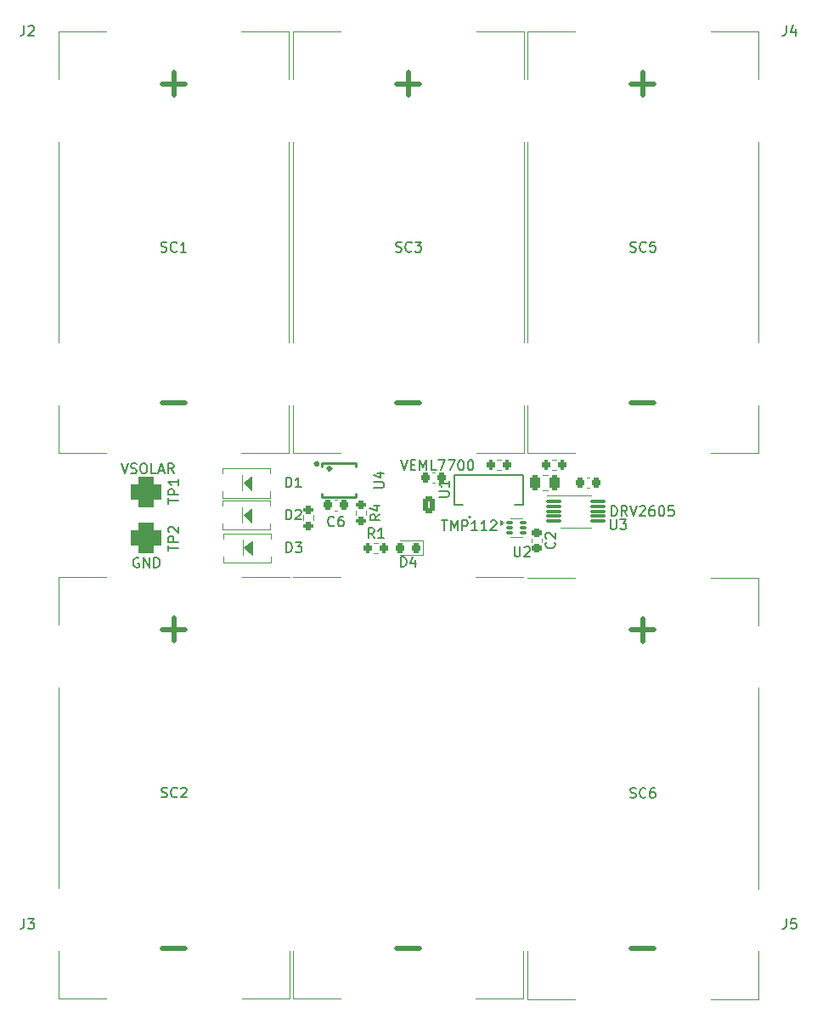
<source format=gbr>
%TF.GenerationSoftware,KiCad,Pcbnew,9.0.3*%
%TF.CreationDate,2025-09-24T18:37:52-07:00*%
%TF.ProjectId,XY_Faces_V3,58595f46-6163-4657-935f-56332e6b6963,3.0*%
%TF.SameCoordinates,Original*%
%TF.FileFunction,Legend,Top*%
%TF.FilePolarity,Positive*%
%FSLAX46Y46*%
G04 Gerber Fmt 4.6, Leading zero omitted, Abs format (unit mm)*
G04 Created by KiCad (PCBNEW 9.0.3) date 2025-09-24 18:37:52*
%MOMM*%
%LPD*%
G01*
G04 APERTURE LIST*
G04 Aperture macros list*
%AMRoundRect*
0 Rectangle with rounded corners*
0 $1 Rounding radius*
0 $2 $3 $4 $5 $6 $7 $8 $9 X,Y pos of 4 corners*
0 Add a 4 corners polygon primitive as box body*
4,1,4,$2,$3,$4,$5,$6,$7,$8,$9,$2,$3,0*
0 Add four circle primitives for the rounded corners*
1,1,$1+$1,$2,$3*
1,1,$1+$1,$4,$5*
1,1,$1+$1,$6,$7*
1,1,$1+$1,$8,$9*
0 Add four rect primitives between the rounded corners*
20,1,$1+$1,$2,$3,$4,$5,0*
20,1,$1+$1,$4,$5,$6,$7,0*
20,1,$1+$1,$6,$7,$8,$9,0*
20,1,$1+$1,$8,$9,$2,$3,0*%
G04 Aperture macros list end*
%ADD10C,0.150000*%
%ADD11C,0.500000*%
%ADD12C,0.120000*%
%ADD13C,0.100000*%
%ADD14C,0.250000*%
%ADD15C,0.300000*%
%ADD16C,0.127000*%
%ADD17C,0.200000*%
%ADD18C,5.700000*%
%ADD19R,13.000000X3.000000*%
%ADD20RoundRect,0.750000X0.750000X-0.750000X0.750000X0.750000X-0.750000X0.750000X-0.750000X-0.750000X0*%
%ADD21RoundRect,0.087500X-0.250000X-0.087500X0.250000X-0.087500X0.250000X0.087500X-0.250000X0.087500X0*%
%ADD22R,2.500000X1.700000*%
%ADD23O,1.690000X0.360000*%
%ADD24RoundRect,0.225000X-0.225000X-0.250000X0.225000X-0.250000X0.225000X0.250000X-0.225000X0.250000X0*%
%ADD25RoundRect,0.200000X0.275000X-0.200000X0.275000X0.200000X-0.275000X0.200000X-0.275000X-0.200000X0*%
%ADD26RoundRect,0.225000X0.225000X0.250000X-0.225000X0.250000X-0.225000X-0.250000X0.225000X-0.250000X0*%
%ADD27RoundRect,0.225000X-0.250000X0.225000X-0.250000X-0.225000X0.250000X-0.225000X0.250000X0.225000X0*%
%ADD28RoundRect,0.250000X0.250000X0.475000X-0.250000X0.475000X-0.250000X-0.475000X0.250000X-0.475000X0*%
%ADD29RoundRect,0.200000X-0.275000X0.200000X-0.275000X-0.200000X0.275000X-0.200000X0.275000X0.200000X0*%
%ADD30R,0.700000X1.600000*%
%ADD31RoundRect,0.200000X-0.200000X-0.275000X0.200000X-0.275000X0.200000X0.275000X-0.200000X0.275000X0*%
%ADD32RoundRect,0.218750X0.218750X0.256250X-0.218750X0.256250X-0.218750X-0.256250X0.218750X-0.256250X0*%
%ADD33RoundRect,0.075000X-0.650000X-0.075000X0.650000X-0.075000X0.650000X0.075000X-0.650000X0.075000X0*%
%ADD34RoundRect,0.250000X0.350000X0.575000X-0.350000X0.575000X-0.350000X-0.575000X0.350000X-0.575000X0*%
%ADD35O,1.200000X1.650000*%
G04 APERTURE END LIST*
D10*
X147793922Y-115269819D02*
X148365350Y-115269819D01*
X148079636Y-116269819D02*
X148079636Y-115269819D01*
X148698684Y-116269819D02*
X148698684Y-115269819D01*
X148698684Y-115269819D02*
X149032017Y-115984104D01*
X149032017Y-115984104D02*
X149365350Y-115269819D01*
X149365350Y-115269819D02*
X149365350Y-116269819D01*
X149841541Y-116269819D02*
X149841541Y-115269819D01*
X149841541Y-115269819D02*
X150222493Y-115269819D01*
X150222493Y-115269819D02*
X150317731Y-115317438D01*
X150317731Y-115317438D02*
X150365350Y-115365057D01*
X150365350Y-115365057D02*
X150412969Y-115460295D01*
X150412969Y-115460295D02*
X150412969Y-115603152D01*
X150412969Y-115603152D02*
X150365350Y-115698390D01*
X150365350Y-115698390D02*
X150317731Y-115746009D01*
X150317731Y-115746009D02*
X150222493Y-115793628D01*
X150222493Y-115793628D02*
X149841541Y-115793628D01*
X151365350Y-116269819D02*
X150793922Y-116269819D01*
X151079636Y-116269819D02*
X151079636Y-115269819D01*
X151079636Y-115269819D02*
X150984398Y-115412676D01*
X150984398Y-115412676D02*
X150889160Y-115507914D01*
X150889160Y-115507914D02*
X150793922Y-115555533D01*
X152317731Y-116269819D02*
X151746303Y-116269819D01*
X152032017Y-116269819D02*
X152032017Y-115269819D01*
X152032017Y-115269819D02*
X151936779Y-115412676D01*
X151936779Y-115412676D02*
X151841541Y-115507914D01*
X151841541Y-115507914D02*
X151746303Y-115555533D01*
X152698684Y-115365057D02*
X152746303Y-115317438D01*
X152746303Y-115317438D02*
X152841541Y-115269819D01*
X152841541Y-115269819D02*
X153079636Y-115269819D01*
X153079636Y-115269819D02*
X153174874Y-115317438D01*
X153174874Y-115317438D02*
X153222493Y-115365057D01*
X153222493Y-115365057D02*
X153270112Y-115460295D01*
X153270112Y-115460295D02*
X153270112Y-115555533D01*
X153270112Y-115555533D02*
X153222493Y-115698390D01*
X153222493Y-115698390D02*
X152651065Y-116269819D01*
X152651065Y-116269819D02*
X153270112Y-116269819D01*
X117598095Y-119012438D02*
X117502857Y-118964819D01*
X117502857Y-118964819D02*
X117360000Y-118964819D01*
X117360000Y-118964819D02*
X117217143Y-119012438D01*
X117217143Y-119012438D02*
X117121905Y-119107676D01*
X117121905Y-119107676D02*
X117074286Y-119202914D01*
X117074286Y-119202914D02*
X117026667Y-119393390D01*
X117026667Y-119393390D02*
X117026667Y-119536247D01*
X117026667Y-119536247D02*
X117074286Y-119726723D01*
X117074286Y-119726723D02*
X117121905Y-119821961D01*
X117121905Y-119821961D02*
X117217143Y-119917200D01*
X117217143Y-119917200D02*
X117360000Y-119964819D01*
X117360000Y-119964819D02*
X117455238Y-119964819D01*
X117455238Y-119964819D02*
X117598095Y-119917200D01*
X117598095Y-119917200D02*
X117645714Y-119869580D01*
X117645714Y-119869580D02*
X117645714Y-119536247D01*
X117645714Y-119536247D02*
X117455238Y-119536247D01*
X118074286Y-119964819D02*
X118074286Y-118964819D01*
X118074286Y-118964819D02*
X118645714Y-119964819D01*
X118645714Y-119964819D02*
X118645714Y-118964819D01*
X119121905Y-119964819D02*
X119121905Y-118964819D01*
X119121905Y-118964819D02*
X119360000Y-118964819D01*
X119360000Y-118964819D02*
X119502857Y-119012438D01*
X119502857Y-119012438D02*
X119598095Y-119107676D01*
X119598095Y-119107676D02*
X119645714Y-119202914D01*
X119645714Y-119202914D02*
X119693333Y-119393390D01*
X119693333Y-119393390D02*
X119693333Y-119536247D01*
X119693333Y-119536247D02*
X119645714Y-119726723D01*
X119645714Y-119726723D02*
X119598095Y-119821961D01*
X119598095Y-119821961D02*
X119502857Y-119917200D01*
X119502857Y-119917200D02*
X119360000Y-119964819D01*
X119360000Y-119964819D02*
X119121905Y-119964819D01*
X143733333Y-109254819D02*
X144066666Y-110254819D01*
X144066666Y-110254819D02*
X144399999Y-109254819D01*
X144733333Y-109731009D02*
X145066666Y-109731009D01*
X145209523Y-110254819D02*
X144733333Y-110254819D01*
X144733333Y-110254819D02*
X144733333Y-109254819D01*
X144733333Y-109254819D02*
X145209523Y-109254819D01*
X145638095Y-110254819D02*
X145638095Y-109254819D01*
X145638095Y-109254819D02*
X145971428Y-109969104D01*
X145971428Y-109969104D02*
X146304761Y-109254819D01*
X146304761Y-109254819D02*
X146304761Y-110254819D01*
X147257142Y-110254819D02*
X146780952Y-110254819D01*
X146780952Y-110254819D02*
X146780952Y-109254819D01*
X147495238Y-109254819D02*
X148161904Y-109254819D01*
X148161904Y-109254819D02*
X147733333Y-110254819D01*
X148447619Y-109254819D02*
X149114285Y-109254819D01*
X149114285Y-109254819D02*
X148685714Y-110254819D01*
X149685714Y-109254819D02*
X149780952Y-109254819D01*
X149780952Y-109254819D02*
X149876190Y-109302438D01*
X149876190Y-109302438D02*
X149923809Y-109350057D01*
X149923809Y-109350057D02*
X149971428Y-109445295D01*
X149971428Y-109445295D02*
X150019047Y-109635771D01*
X150019047Y-109635771D02*
X150019047Y-109873866D01*
X150019047Y-109873866D02*
X149971428Y-110064342D01*
X149971428Y-110064342D02*
X149923809Y-110159580D01*
X149923809Y-110159580D02*
X149876190Y-110207200D01*
X149876190Y-110207200D02*
X149780952Y-110254819D01*
X149780952Y-110254819D02*
X149685714Y-110254819D01*
X149685714Y-110254819D02*
X149590476Y-110207200D01*
X149590476Y-110207200D02*
X149542857Y-110159580D01*
X149542857Y-110159580D02*
X149495238Y-110064342D01*
X149495238Y-110064342D02*
X149447619Y-109873866D01*
X149447619Y-109873866D02*
X149447619Y-109635771D01*
X149447619Y-109635771D02*
X149495238Y-109445295D01*
X149495238Y-109445295D02*
X149542857Y-109350057D01*
X149542857Y-109350057D02*
X149590476Y-109302438D01*
X149590476Y-109302438D02*
X149685714Y-109254819D01*
X150638095Y-109254819D02*
X150733333Y-109254819D01*
X150733333Y-109254819D02*
X150828571Y-109302438D01*
X150828571Y-109302438D02*
X150876190Y-109350057D01*
X150876190Y-109350057D02*
X150923809Y-109445295D01*
X150923809Y-109445295D02*
X150971428Y-109635771D01*
X150971428Y-109635771D02*
X150971428Y-109873866D01*
X150971428Y-109873866D02*
X150923809Y-110064342D01*
X150923809Y-110064342D02*
X150876190Y-110159580D01*
X150876190Y-110159580D02*
X150828571Y-110207200D01*
X150828571Y-110207200D02*
X150733333Y-110254819D01*
X150733333Y-110254819D02*
X150638095Y-110254819D01*
X150638095Y-110254819D02*
X150542857Y-110207200D01*
X150542857Y-110207200D02*
X150495238Y-110159580D01*
X150495238Y-110159580D02*
X150447619Y-110064342D01*
X150447619Y-110064342D02*
X150400000Y-109873866D01*
X150400000Y-109873866D02*
X150400000Y-109635771D01*
X150400000Y-109635771D02*
X150447619Y-109445295D01*
X150447619Y-109445295D02*
X150495238Y-109350057D01*
X150495238Y-109350057D02*
X150542857Y-109302438D01*
X150542857Y-109302438D02*
X150638095Y-109254819D01*
X164724762Y-114814819D02*
X164724762Y-113814819D01*
X164724762Y-113814819D02*
X164962857Y-113814819D01*
X164962857Y-113814819D02*
X165105714Y-113862438D01*
X165105714Y-113862438D02*
X165200952Y-113957676D01*
X165200952Y-113957676D02*
X165248571Y-114052914D01*
X165248571Y-114052914D02*
X165296190Y-114243390D01*
X165296190Y-114243390D02*
X165296190Y-114386247D01*
X165296190Y-114386247D02*
X165248571Y-114576723D01*
X165248571Y-114576723D02*
X165200952Y-114671961D01*
X165200952Y-114671961D02*
X165105714Y-114767200D01*
X165105714Y-114767200D02*
X164962857Y-114814819D01*
X164962857Y-114814819D02*
X164724762Y-114814819D01*
X166296190Y-114814819D02*
X165962857Y-114338628D01*
X165724762Y-114814819D02*
X165724762Y-113814819D01*
X165724762Y-113814819D02*
X166105714Y-113814819D01*
X166105714Y-113814819D02*
X166200952Y-113862438D01*
X166200952Y-113862438D02*
X166248571Y-113910057D01*
X166248571Y-113910057D02*
X166296190Y-114005295D01*
X166296190Y-114005295D02*
X166296190Y-114148152D01*
X166296190Y-114148152D02*
X166248571Y-114243390D01*
X166248571Y-114243390D02*
X166200952Y-114291009D01*
X166200952Y-114291009D02*
X166105714Y-114338628D01*
X166105714Y-114338628D02*
X165724762Y-114338628D01*
X166581905Y-113814819D02*
X166915238Y-114814819D01*
X166915238Y-114814819D02*
X167248571Y-113814819D01*
X167534286Y-113910057D02*
X167581905Y-113862438D01*
X167581905Y-113862438D02*
X167677143Y-113814819D01*
X167677143Y-113814819D02*
X167915238Y-113814819D01*
X167915238Y-113814819D02*
X168010476Y-113862438D01*
X168010476Y-113862438D02*
X168058095Y-113910057D01*
X168058095Y-113910057D02*
X168105714Y-114005295D01*
X168105714Y-114005295D02*
X168105714Y-114100533D01*
X168105714Y-114100533D02*
X168058095Y-114243390D01*
X168058095Y-114243390D02*
X167486667Y-114814819D01*
X167486667Y-114814819D02*
X168105714Y-114814819D01*
X168962857Y-113814819D02*
X168772381Y-113814819D01*
X168772381Y-113814819D02*
X168677143Y-113862438D01*
X168677143Y-113862438D02*
X168629524Y-113910057D01*
X168629524Y-113910057D02*
X168534286Y-114052914D01*
X168534286Y-114052914D02*
X168486667Y-114243390D01*
X168486667Y-114243390D02*
X168486667Y-114624342D01*
X168486667Y-114624342D02*
X168534286Y-114719580D01*
X168534286Y-114719580D02*
X168581905Y-114767200D01*
X168581905Y-114767200D02*
X168677143Y-114814819D01*
X168677143Y-114814819D02*
X168867619Y-114814819D01*
X168867619Y-114814819D02*
X168962857Y-114767200D01*
X168962857Y-114767200D02*
X169010476Y-114719580D01*
X169010476Y-114719580D02*
X169058095Y-114624342D01*
X169058095Y-114624342D02*
X169058095Y-114386247D01*
X169058095Y-114386247D02*
X169010476Y-114291009D01*
X169010476Y-114291009D02*
X168962857Y-114243390D01*
X168962857Y-114243390D02*
X168867619Y-114195771D01*
X168867619Y-114195771D02*
X168677143Y-114195771D01*
X168677143Y-114195771D02*
X168581905Y-114243390D01*
X168581905Y-114243390D02*
X168534286Y-114291009D01*
X168534286Y-114291009D02*
X168486667Y-114386247D01*
X169677143Y-113814819D02*
X169772381Y-113814819D01*
X169772381Y-113814819D02*
X169867619Y-113862438D01*
X169867619Y-113862438D02*
X169915238Y-113910057D01*
X169915238Y-113910057D02*
X169962857Y-114005295D01*
X169962857Y-114005295D02*
X170010476Y-114195771D01*
X170010476Y-114195771D02*
X170010476Y-114433866D01*
X170010476Y-114433866D02*
X169962857Y-114624342D01*
X169962857Y-114624342D02*
X169915238Y-114719580D01*
X169915238Y-114719580D02*
X169867619Y-114767200D01*
X169867619Y-114767200D02*
X169772381Y-114814819D01*
X169772381Y-114814819D02*
X169677143Y-114814819D01*
X169677143Y-114814819D02*
X169581905Y-114767200D01*
X169581905Y-114767200D02*
X169534286Y-114719580D01*
X169534286Y-114719580D02*
X169486667Y-114624342D01*
X169486667Y-114624342D02*
X169439048Y-114433866D01*
X169439048Y-114433866D02*
X169439048Y-114195771D01*
X169439048Y-114195771D02*
X169486667Y-114005295D01*
X169486667Y-114005295D02*
X169534286Y-113910057D01*
X169534286Y-113910057D02*
X169581905Y-113862438D01*
X169581905Y-113862438D02*
X169677143Y-113814819D01*
X170915238Y-113814819D02*
X170439048Y-113814819D01*
X170439048Y-113814819D02*
X170391429Y-114291009D01*
X170391429Y-114291009D02*
X170439048Y-114243390D01*
X170439048Y-114243390D02*
X170534286Y-114195771D01*
X170534286Y-114195771D02*
X170772381Y-114195771D01*
X170772381Y-114195771D02*
X170867619Y-114243390D01*
X170867619Y-114243390D02*
X170915238Y-114291009D01*
X170915238Y-114291009D02*
X170962857Y-114386247D01*
X170962857Y-114386247D02*
X170962857Y-114624342D01*
X170962857Y-114624342D02*
X170915238Y-114719580D01*
X170915238Y-114719580D02*
X170867619Y-114767200D01*
X170867619Y-114767200D02*
X170772381Y-114814819D01*
X170772381Y-114814819D02*
X170534286Y-114814819D01*
X170534286Y-114814819D02*
X170439048Y-114767200D01*
X170439048Y-114767200D02*
X170391429Y-114719580D01*
X115853333Y-109584819D02*
X116186666Y-110584819D01*
X116186666Y-110584819D02*
X116519999Y-109584819D01*
X116805714Y-110537200D02*
X116948571Y-110584819D01*
X116948571Y-110584819D02*
X117186666Y-110584819D01*
X117186666Y-110584819D02*
X117281904Y-110537200D01*
X117281904Y-110537200D02*
X117329523Y-110489580D01*
X117329523Y-110489580D02*
X117377142Y-110394342D01*
X117377142Y-110394342D02*
X117377142Y-110299104D01*
X117377142Y-110299104D02*
X117329523Y-110203866D01*
X117329523Y-110203866D02*
X117281904Y-110156247D01*
X117281904Y-110156247D02*
X117186666Y-110108628D01*
X117186666Y-110108628D02*
X116996190Y-110061009D01*
X116996190Y-110061009D02*
X116900952Y-110013390D01*
X116900952Y-110013390D02*
X116853333Y-109965771D01*
X116853333Y-109965771D02*
X116805714Y-109870533D01*
X116805714Y-109870533D02*
X116805714Y-109775295D01*
X116805714Y-109775295D02*
X116853333Y-109680057D01*
X116853333Y-109680057D02*
X116900952Y-109632438D01*
X116900952Y-109632438D02*
X116996190Y-109584819D01*
X116996190Y-109584819D02*
X117234285Y-109584819D01*
X117234285Y-109584819D02*
X117377142Y-109632438D01*
X117996190Y-109584819D02*
X118186666Y-109584819D01*
X118186666Y-109584819D02*
X118281904Y-109632438D01*
X118281904Y-109632438D02*
X118377142Y-109727676D01*
X118377142Y-109727676D02*
X118424761Y-109918152D01*
X118424761Y-109918152D02*
X118424761Y-110251485D01*
X118424761Y-110251485D02*
X118377142Y-110441961D01*
X118377142Y-110441961D02*
X118281904Y-110537200D01*
X118281904Y-110537200D02*
X118186666Y-110584819D01*
X118186666Y-110584819D02*
X117996190Y-110584819D01*
X117996190Y-110584819D02*
X117900952Y-110537200D01*
X117900952Y-110537200D02*
X117805714Y-110441961D01*
X117805714Y-110441961D02*
X117758095Y-110251485D01*
X117758095Y-110251485D02*
X117758095Y-109918152D01*
X117758095Y-109918152D02*
X117805714Y-109727676D01*
X117805714Y-109727676D02*
X117900952Y-109632438D01*
X117900952Y-109632438D02*
X117996190Y-109584819D01*
X119329523Y-110584819D02*
X118853333Y-110584819D01*
X118853333Y-110584819D02*
X118853333Y-109584819D01*
X119615238Y-110299104D02*
X120091428Y-110299104D01*
X119520000Y-110584819D02*
X119853333Y-109584819D01*
X119853333Y-109584819D02*
X120186666Y-110584819D01*
X121091428Y-110584819D02*
X120758095Y-110108628D01*
X120520000Y-110584819D02*
X120520000Y-109584819D01*
X120520000Y-109584819D02*
X120900952Y-109584819D01*
X120900952Y-109584819D02*
X120996190Y-109632438D01*
X120996190Y-109632438D02*
X121043809Y-109680057D01*
X121043809Y-109680057D02*
X121091428Y-109775295D01*
X121091428Y-109775295D02*
X121091428Y-109918152D01*
X121091428Y-109918152D02*
X121043809Y-110013390D01*
X121043809Y-110013390D02*
X120996190Y-110061009D01*
X120996190Y-110061009D02*
X120900952Y-110108628D01*
X120900952Y-110108628D02*
X120520000Y-110108628D01*
X106166666Y-65954819D02*
X106166666Y-66669104D01*
X106166666Y-66669104D02*
X106119047Y-66811961D01*
X106119047Y-66811961D02*
X106023809Y-66907200D01*
X106023809Y-66907200D02*
X105880952Y-66954819D01*
X105880952Y-66954819D02*
X105785714Y-66954819D01*
X106595238Y-66050057D02*
X106642857Y-66002438D01*
X106642857Y-66002438D02*
X106738095Y-65954819D01*
X106738095Y-65954819D02*
X106976190Y-65954819D01*
X106976190Y-65954819D02*
X107071428Y-66002438D01*
X107071428Y-66002438D02*
X107119047Y-66050057D01*
X107119047Y-66050057D02*
X107166666Y-66145295D01*
X107166666Y-66145295D02*
X107166666Y-66240533D01*
X107166666Y-66240533D02*
X107119047Y-66383390D01*
X107119047Y-66383390D02*
X106547619Y-66954819D01*
X106547619Y-66954819D02*
X107166666Y-66954819D01*
X106166666Y-154954819D02*
X106166666Y-155669104D01*
X106166666Y-155669104D02*
X106119047Y-155811961D01*
X106119047Y-155811961D02*
X106023809Y-155907200D01*
X106023809Y-155907200D02*
X105880952Y-155954819D01*
X105880952Y-155954819D02*
X105785714Y-155954819D01*
X106547619Y-154954819D02*
X107166666Y-154954819D01*
X107166666Y-154954819D02*
X106833333Y-155335771D01*
X106833333Y-155335771D02*
X106976190Y-155335771D01*
X106976190Y-155335771D02*
X107071428Y-155383390D01*
X107071428Y-155383390D02*
X107119047Y-155431009D01*
X107119047Y-155431009D02*
X107166666Y-155526247D01*
X107166666Y-155526247D02*
X107166666Y-155764342D01*
X107166666Y-155764342D02*
X107119047Y-155859580D01*
X107119047Y-155859580D02*
X107071428Y-155907200D01*
X107071428Y-155907200D02*
X106976190Y-155954819D01*
X106976190Y-155954819D02*
X106690476Y-155954819D01*
X106690476Y-155954819D02*
X106595238Y-155907200D01*
X106595238Y-155907200D02*
X106547619Y-155859580D01*
X182166666Y-65954819D02*
X182166666Y-66669104D01*
X182166666Y-66669104D02*
X182119047Y-66811961D01*
X182119047Y-66811961D02*
X182023809Y-66907200D01*
X182023809Y-66907200D02*
X181880952Y-66954819D01*
X181880952Y-66954819D02*
X181785714Y-66954819D01*
X183071428Y-66288152D02*
X183071428Y-66954819D01*
X182833333Y-65907200D02*
X182595238Y-66621485D01*
X182595238Y-66621485D02*
X183214285Y-66621485D01*
X182166666Y-154954819D02*
X182166666Y-155669104D01*
X182166666Y-155669104D02*
X182119047Y-155811961D01*
X182119047Y-155811961D02*
X182023809Y-155907200D01*
X182023809Y-155907200D02*
X181880952Y-155954819D01*
X181880952Y-155954819D02*
X181785714Y-155954819D01*
X183119047Y-154954819D02*
X182642857Y-154954819D01*
X182642857Y-154954819D02*
X182595238Y-155431009D01*
X182595238Y-155431009D02*
X182642857Y-155383390D01*
X182642857Y-155383390D02*
X182738095Y-155335771D01*
X182738095Y-155335771D02*
X182976190Y-155335771D01*
X182976190Y-155335771D02*
X183071428Y-155383390D01*
X183071428Y-155383390D02*
X183119047Y-155431009D01*
X183119047Y-155431009D02*
X183166666Y-155526247D01*
X183166666Y-155526247D02*
X183166666Y-155764342D01*
X183166666Y-155764342D02*
X183119047Y-155859580D01*
X183119047Y-155859580D02*
X183071428Y-155907200D01*
X183071428Y-155907200D02*
X182976190Y-155954819D01*
X182976190Y-155954819D02*
X182738095Y-155954819D01*
X182738095Y-155954819D02*
X182642857Y-155907200D01*
X182642857Y-155907200D02*
X182595238Y-155859580D01*
X166598095Y-88477200D02*
X166740952Y-88524819D01*
X166740952Y-88524819D02*
X166979047Y-88524819D01*
X166979047Y-88524819D02*
X167074285Y-88477200D01*
X167074285Y-88477200D02*
X167121904Y-88429580D01*
X167121904Y-88429580D02*
X167169523Y-88334342D01*
X167169523Y-88334342D02*
X167169523Y-88239104D01*
X167169523Y-88239104D02*
X167121904Y-88143866D01*
X167121904Y-88143866D02*
X167074285Y-88096247D01*
X167074285Y-88096247D02*
X166979047Y-88048628D01*
X166979047Y-88048628D02*
X166788571Y-88001009D01*
X166788571Y-88001009D02*
X166693333Y-87953390D01*
X166693333Y-87953390D02*
X166645714Y-87905771D01*
X166645714Y-87905771D02*
X166598095Y-87810533D01*
X166598095Y-87810533D02*
X166598095Y-87715295D01*
X166598095Y-87715295D02*
X166645714Y-87620057D01*
X166645714Y-87620057D02*
X166693333Y-87572438D01*
X166693333Y-87572438D02*
X166788571Y-87524819D01*
X166788571Y-87524819D02*
X167026666Y-87524819D01*
X167026666Y-87524819D02*
X167169523Y-87572438D01*
X168169523Y-88429580D02*
X168121904Y-88477200D01*
X168121904Y-88477200D02*
X167979047Y-88524819D01*
X167979047Y-88524819D02*
X167883809Y-88524819D01*
X167883809Y-88524819D02*
X167740952Y-88477200D01*
X167740952Y-88477200D02*
X167645714Y-88381961D01*
X167645714Y-88381961D02*
X167598095Y-88286723D01*
X167598095Y-88286723D02*
X167550476Y-88096247D01*
X167550476Y-88096247D02*
X167550476Y-87953390D01*
X167550476Y-87953390D02*
X167598095Y-87762914D01*
X167598095Y-87762914D02*
X167645714Y-87667676D01*
X167645714Y-87667676D02*
X167740952Y-87572438D01*
X167740952Y-87572438D02*
X167883809Y-87524819D01*
X167883809Y-87524819D02*
X167979047Y-87524819D01*
X167979047Y-87524819D02*
X168121904Y-87572438D01*
X168121904Y-87572438D02*
X168169523Y-87620057D01*
X169074285Y-87524819D02*
X168598095Y-87524819D01*
X168598095Y-87524819D02*
X168550476Y-88001009D01*
X168550476Y-88001009D02*
X168598095Y-87953390D01*
X168598095Y-87953390D02*
X168693333Y-87905771D01*
X168693333Y-87905771D02*
X168931428Y-87905771D01*
X168931428Y-87905771D02*
X169026666Y-87953390D01*
X169026666Y-87953390D02*
X169074285Y-88001009D01*
X169074285Y-88001009D02*
X169121904Y-88096247D01*
X169121904Y-88096247D02*
X169121904Y-88334342D01*
X169121904Y-88334342D02*
X169074285Y-88429580D01*
X169074285Y-88429580D02*
X169026666Y-88477200D01*
X169026666Y-88477200D02*
X168931428Y-88524819D01*
X168931428Y-88524819D02*
X168693333Y-88524819D01*
X168693333Y-88524819D02*
X168598095Y-88477200D01*
X168598095Y-88477200D02*
X168550476Y-88429580D01*
D11*
X166717142Y-71789000D02*
X169002857Y-71789000D01*
X167859999Y-72931857D02*
X167859999Y-70646142D01*
X166717142Y-103539000D02*
X169002857Y-103539000D01*
D10*
X120574819Y-113601904D02*
X120574819Y-113030476D01*
X121574819Y-113316190D02*
X120574819Y-113316190D01*
X121574819Y-112697142D02*
X120574819Y-112697142D01*
X120574819Y-112697142D02*
X120574819Y-112316190D01*
X120574819Y-112316190D02*
X120622438Y-112220952D01*
X120622438Y-112220952D02*
X120670057Y-112173333D01*
X120670057Y-112173333D02*
X120765295Y-112125714D01*
X120765295Y-112125714D02*
X120908152Y-112125714D01*
X120908152Y-112125714D02*
X121003390Y-112173333D01*
X121003390Y-112173333D02*
X121051009Y-112220952D01*
X121051009Y-112220952D02*
X121098628Y-112316190D01*
X121098628Y-112316190D02*
X121098628Y-112697142D01*
X121574819Y-111173333D02*
X121574819Y-111744761D01*
X121574819Y-111459047D02*
X120574819Y-111459047D01*
X120574819Y-111459047D02*
X120717676Y-111554285D01*
X120717676Y-111554285D02*
X120812914Y-111649523D01*
X120812914Y-111649523D02*
X120860533Y-111744761D01*
X155038095Y-117854819D02*
X155038095Y-118664342D01*
X155038095Y-118664342D02*
X155085714Y-118759580D01*
X155085714Y-118759580D02*
X155133333Y-118807200D01*
X155133333Y-118807200D02*
X155228571Y-118854819D01*
X155228571Y-118854819D02*
X155419047Y-118854819D01*
X155419047Y-118854819D02*
X155514285Y-118807200D01*
X155514285Y-118807200D02*
X155561904Y-118759580D01*
X155561904Y-118759580D02*
X155609523Y-118664342D01*
X155609523Y-118664342D02*
X155609523Y-117854819D01*
X156038095Y-117950057D02*
X156085714Y-117902438D01*
X156085714Y-117902438D02*
X156180952Y-117854819D01*
X156180952Y-117854819D02*
X156419047Y-117854819D01*
X156419047Y-117854819D02*
X156514285Y-117902438D01*
X156514285Y-117902438D02*
X156561904Y-117950057D01*
X156561904Y-117950057D02*
X156609523Y-118045295D01*
X156609523Y-118045295D02*
X156609523Y-118140533D01*
X156609523Y-118140533D02*
X156561904Y-118283390D01*
X156561904Y-118283390D02*
X155990476Y-118854819D01*
X155990476Y-118854819D02*
X156609523Y-118854819D01*
X132311905Y-118454819D02*
X132311905Y-117454819D01*
X132311905Y-117454819D02*
X132550000Y-117454819D01*
X132550000Y-117454819D02*
X132692857Y-117502438D01*
X132692857Y-117502438D02*
X132788095Y-117597676D01*
X132788095Y-117597676D02*
X132835714Y-117692914D01*
X132835714Y-117692914D02*
X132883333Y-117883390D01*
X132883333Y-117883390D02*
X132883333Y-118026247D01*
X132883333Y-118026247D02*
X132835714Y-118216723D01*
X132835714Y-118216723D02*
X132788095Y-118311961D01*
X132788095Y-118311961D02*
X132692857Y-118407200D01*
X132692857Y-118407200D02*
X132550000Y-118454819D01*
X132550000Y-118454819D02*
X132311905Y-118454819D01*
X133216667Y-117454819D02*
X133835714Y-117454819D01*
X133835714Y-117454819D02*
X133502381Y-117835771D01*
X133502381Y-117835771D02*
X133645238Y-117835771D01*
X133645238Y-117835771D02*
X133740476Y-117883390D01*
X133740476Y-117883390D02*
X133788095Y-117931009D01*
X133788095Y-117931009D02*
X133835714Y-118026247D01*
X133835714Y-118026247D02*
X133835714Y-118264342D01*
X133835714Y-118264342D02*
X133788095Y-118359580D01*
X133788095Y-118359580D02*
X133740476Y-118407200D01*
X133740476Y-118407200D02*
X133645238Y-118454819D01*
X133645238Y-118454819D02*
X133359524Y-118454819D01*
X133359524Y-118454819D02*
X133264286Y-118407200D01*
X133264286Y-118407200D02*
X133216667Y-118359580D01*
X141054819Y-112011904D02*
X141864342Y-112011904D01*
X141864342Y-112011904D02*
X141959580Y-111964285D01*
X141959580Y-111964285D02*
X142007200Y-111916666D01*
X142007200Y-111916666D02*
X142054819Y-111821428D01*
X142054819Y-111821428D02*
X142054819Y-111630952D01*
X142054819Y-111630952D02*
X142007200Y-111535714D01*
X142007200Y-111535714D02*
X141959580Y-111488095D01*
X141959580Y-111488095D02*
X141864342Y-111440476D01*
X141864342Y-111440476D02*
X141054819Y-111440476D01*
X141388152Y-110535714D02*
X142054819Y-110535714D01*
X141007200Y-110773809D02*
X141721485Y-111011904D01*
X141721485Y-111011904D02*
X141721485Y-110392857D01*
X137083333Y-115759580D02*
X137035714Y-115807200D01*
X137035714Y-115807200D02*
X136892857Y-115854819D01*
X136892857Y-115854819D02*
X136797619Y-115854819D01*
X136797619Y-115854819D02*
X136654762Y-115807200D01*
X136654762Y-115807200D02*
X136559524Y-115711961D01*
X136559524Y-115711961D02*
X136511905Y-115616723D01*
X136511905Y-115616723D02*
X136464286Y-115426247D01*
X136464286Y-115426247D02*
X136464286Y-115283390D01*
X136464286Y-115283390D02*
X136511905Y-115092914D01*
X136511905Y-115092914D02*
X136559524Y-114997676D01*
X136559524Y-114997676D02*
X136654762Y-114902438D01*
X136654762Y-114902438D02*
X136797619Y-114854819D01*
X136797619Y-114854819D02*
X136892857Y-114854819D01*
X136892857Y-114854819D02*
X137035714Y-114902438D01*
X137035714Y-114902438D02*
X137083333Y-114950057D01*
X137940476Y-114854819D02*
X137750000Y-114854819D01*
X137750000Y-114854819D02*
X137654762Y-114902438D01*
X137654762Y-114902438D02*
X137607143Y-114950057D01*
X137607143Y-114950057D02*
X137511905Y-115092914D01*
X137511905Y-115092914D02*
X137464286Y-115283390D01*
X137464286Y-115283390D02*
X137464286Y-115664342D01*
X137464286Y-115664342D02*
X137511905Y-115759580D01*
X137511905Y-115759580D02*
X137559524Y-115807200D01*
X137559524Y-115807200D02*
X137654762Y-115854819D01*
X137654762Y-115854819D02*
X137845238Y-115854819D01*
X137845238Y-115854819D02*
X137940476Y-115807200D01*
X137940476Y-115807200D02*
X137988095Y-115759580D01*
X137988095Y-115759580D02*
X138035714Y-115664342D01*
X138035714Y-115664342D02*
X138035714Y-115426247D01*
X138035714Y-115426247D02*
X137988095Y-115331009D01*
X137988095Y-115331009D02*
X137940476Y-115283390D01*
X137940476Y-115283390D02*
X137845238Y-115235771D01*
X137845238Y-115235771D02*
X137654762Y-115235771D01*
X137654762Y-115235771D02*
X137559524Y-115283390D01*
X137559524Y-115283390D02*
X137511905Y-115331009D01*
X137511905Y-115331009D02*
X137464286Y-115426247D01*
X120544819Y-118311904D02*
X120544819Y-117740476D01*
X121544819Y-118026190D02*
X120544819Y-118026190D01*
X121544819Y-117407142D02*
X120544819Y-117407142D01*
X120544819Y-117407142D02*
X120544819Y-117026190D01*
X120544819Y-117026190D02*
X120592438Y-116930952D01*
X120592438Y-116930952D02*
X120640057Y-116883333D01*
X120640057Y-116883333D02*
X120735295Y-116835714D01*
X120735295Y-116835714D02*
X120878152Y-116835714D01*
X120878152Y-116835714D02*
X120973390Y-116883333D01*
X120973390Y-116883333D02*
X121021009Y-116930952D01*
X121021009Y-116930952D02*
X121068628Y-117026190D01*
X121068628Y-117026190D02*
X121068628Y-117407142D01*
X120640057Y-116454761D02*
X120592438Y-116407142D01*
X120592438Y-116407142D02*
X120544819Y-116311904D01*
X120544819Y-116311904D02*
X120544819Y-116073809D01*
X120544819Y-116073809D02*
X120592438Y-115978571D01*
X120592438Y-115978571D02*
X120640057Y-115930952D01*
X120640057Y-115930952D02*
X120735295Y-115883333D01*
X120735295Y-115883333D02*
X120830533Y-115883333D01*
X120830533Y-115883333D02*
X120973390Y-115930952D01*
X120973390Y-115930952D02*
X121544819Y-116502380D01*
X121544819Y-116502380D02*
X121544819Y-115883333D01*
X132281905Y-111964819D02*
X132281905Y-110964819D01*
X132281905Y-110964819D02*
X132520000Y-110964819D01*
X132520000Y-110964819D02*
X132662857Y-111012438D01*
X132662857Y-111012438D02*
X132758095Y-111107676D01*
X132758095Y-111107676D02*
X132805714Y-111202914D01*
X132805714Y-111202914D02*
X132853333Y-111393390D01*
X132853333Y-111393390D02*
X132853333Y-111536247D01*
X132853333Y-111536247D02*
X132805714Y-111726723D01*
X132805714Y-111726723D02*
X132758095Y-111821961D01*
X132758095Y-111821961D02*
X132662857Y-111917200D01*
X132662857Y-111917200D02*
X132520000Y-111964819D01*
X132520000Y-111964819D02*
X132281905Y-111964819D01*
X133805714Y-111964819D02*
X133234286Y-111964819D01*
X133520000Y-111964819D02*
X133520000Y-110964819D01*
X133520000Y-110964819D02*
X133424762Y-111107676D01*
X133424762Y-111107676D02*
X133329524Y-111202914D01*
X133329524Y-111202914D02*
X133234286Y-111250533D01*
X143228095Y-88477200D02*
X143370952Y-88524819D01*
X143370952Y-88524819D02*
X143609047Y-88524819D01*
X143609047Y-88524819D02*
X143704285Y-88477200D01*
X143704285Y-88477200D02*
X143751904Y-88429580D01*
X143751904Y-88429580D02*
X143799523Y-88334342D01*
X143799523Y-88334342D02*
X143799523Y-88239104D01*
X143799523Y-88239104D02*
X143751904Y-88143866D01*
X143751904Y-88143866D02*
X143704285Y-88096247D01*
X143704285Y-88096247D02*
X143609047Y-88048628D01*
X143609047Y-88048628D02*
X143418571Y-88001009D01*
X143418571Y-88001009D02*
X143323333Y-87953390D01*
X143323333Y-87953390D02*
X143275714Y-87905771D01*
X143275714Y-87905771D02*
X143228095Y-87810533D01*
X143228095Y-87810533D02*
X143228095Y-87715295D01*
X143228095Y-87715295D02*
X143275714Y-87620057D01*
X143275714Y-87620057D02*
X143323333Y-87572438D01*
X143323333Y-87572438D02*
X143418571Y-87524819D01*
X143418571Y-87524819D02*
X143656666Y-87524819D01*
X143656666Y-87524819D02*
X143799523Y-87572438D01*
X144799523Y-88429580D02*
X144751904Y-88477200D01*
X144751904Y-88477200D02*
X144609047Y-88524819D01*
X144609047Y-88524819D02*
X144513809Y-88524819D01*
X144513809Y-88524819D02*
X144370952Y-88477200D01*
X144370952Y-88477200D02*
X144275714Y-88381961D01*
X144275714Y-88381961D02*
X144228095Y-88286723D01*
X144228095Y-88286723D02*
X144180476Y-88096247D01*
X144180476Y-88096247D02*
X144180476Y-87953390D01*
X144180476Y-87953390D02*
X144228095Y-87762914D01*
X144228095Y-87762914D02*
X144275714Y-87667676D01*
X144275714Y-87667676D02*
X144370952Y-87572438D01*
X144370952Y-87572438D02*
X144513809Y-87524819D01*
X144513809Y-87524819D02*
X144609047Y-87524819D01*
X144609047Y-87524819D02*
X144751904Y-87572438D01*
X144751904Y-87572438D02*
X144799523Y-87620057D01*
X145132857Y-87524819D02*
X145751904Y-87524819D01*
X145751904Y-87524819D02*
X145418571Y-87905771D01*
X145418571Y-87905771D02*
X145561428Y-87905771D01*
X145561428Y-87905771D02*
X145656666Y-87953390D01*
X145656666Y-87953390D02*
X145704285Y-88001009D01*
X145704285Y-88001009D02*
X145751904Y-88096247D01*
X145751904Y-88096247D02*
X145751904Y-88334342D01*
X145751904Y-88334342D02*
X145704285Y-88429580D01*
X145704285Y-88429580D02*
X145656666Y-88477200D01*
X145656666Y-88477200D02*
X145561428Y-88524819D01*
X145561428Y-88524819D02*
X145275714Y-88524819D01*
X145275714Y-88524819D02*
X145180476Y-88477200D01*
X145180476Y-88477200D02*
X145132857Y-88429580D01*
D11*
X143347142Y-103539000D02*
X145632857Y-103539000D01*
X143347142Y-71789000D02*
X145632857Y-71789000D01*
X144489999Y-72931857D02*
X144489999Y-70646142D01*
X143307142Y-157909000D02*
X145592857Y-157909000D01*
D10*
X119858095Y-142827200D02*
X120000952Y-142874819D01*
X120000952Y-142874819D02*
X120239047Y-142874819D01*
X120239047Y-142874819D02*
X120334285Y-142827200D01*
X120334285Y-142827200D02*
X120381904Y-142779580D01*
X120381904Y-142779580D02*
X120429523Y-142684342D01*
X120429523Y-142684342D02*
X120429523Y-142589104D01*
X120429523Y-142589104D02*
X120381904Y-142493866D01*
X120381904Y-142493866D02*
X120334285Y-142446247D01*
X120334285Y-142446247D02*
X120239047Y-142398628D01*
X120239047Y-142398628D02*
X120048571Y-142351009D01*
X120048571Y-142351009D02*
X119953333Y-142303390D01*
X119953333Y-142303390D02*
X119905714Y-142255771D01*
X119905714Y-142255771D02*
X119858095Y-142160533D01*
X119858095Y-142160533D02*
X119858095Y-142065295D01*
X119858095Y-142065295D02*
X119905714Y-141970057D01*
X119905714Y-141970057D02*
X119953333Y-141922438D01*
X119953333Y-141922438D02*
X120048571Y-141874819D01*
X120048571Y-141874819D02*
X120286666Y-141874819D01*
X120286666Y-141874819D02*
X120429523Y-141922438D01*
X121429523Y-142779580D02*
X121381904Y-142827200D01*
X121381904Y-142827200D02*
X121239047Y-142874819D01*
X121239047Y-142874819D02*
X121143809Y-142874819D01*
X121143809Y-142874819D02*
X121000952Y-142827200D01*
X121000952Y-142827200D02*
X120905714Y-142731961D01*
X120905714Y-142731961D02*
X120858095Y-142636723D01*
X120858095Y-142636723D02*
X120810476Y-142446247D01*
X120810476Y-142446247D02*
X120810476Y-142303390D01*
X120810476Y-142303390D02*
X120858095Y-142112914D01*
X120858095Y-142112914D02*
X120905714Y-142017676D01*
X120905714Y-142017676D02*
X121000952Y-141922438D01*
X121000952Y-141922438D02*
X121143809Y-141874819D01*
X121143809Y-141874819D02*
X121239047Y-141874819D01*
X121239047Y-141874819D02*
X121381904Y-141922438D01*
X121381904Y-141922438D02*
X121429523Y-141970057D01*
X121810476Y-141970057D02*
X121858095Y-141922438D01*
X121858095Y-141922438D02*
X121953333Y-141874819D01*
X121953333Y-141874819D02*
X122191428Y-141874819D01*
X122191428Y-141874819D02*
X122286666Y-141922438D01*
X122286666Y-141922438D02*
X122334285Y-141970057D01*
X122334285Y-141970057D02*
X122381904Y-142065295D01*
X122381904Y-142065295D02*
X122381904Y-142160533D01*
X122381904Y-142160533D02*
X122334285Y-142303390D01*
X122334285Y-142303390D02*
X121762857Y-142874819D01*
X121762857Y-142874819D02*
X122381904Y-142874819D01*
D11*
X119977142Y-126139000D02*
X122262857Y-126139000D01*
X121119999Y-127281857D02*
X121119999Y-124996142D01*
X119977142Y-157889000D02*
X122262857Y-157889000D01*
D10*
X132261905Y-115184819D02*
X132261905Y-114184819D01*
X132261905Y-114184819D02*
X132500000Y-114184819D01*
X132500000Y-114184819D02*
X132642857Y-114232438D01*
X132642857Y-114232438D02*
X132738095Y-114327676D01*
X132738095Y-114327676D02*
X132785714Y-114422914D01*
X132785714Y-114422914D02*
X132833333Y-114613390D01*
X132833333Y-114613390D02*
X132833333Y-114756247D01*
X132833333Y-114756247D02*
X132785714Y-114946723D01*
X132785714Y-114946723D02*
X132738095Y-115041961D01*
X132738095Y-115041961D02*
X132642857Y-115137200D01*
X132642857Y-115137200D02*
X132500000Y-115184819D01*
X132500000Y-115184819D02*
X132261905Y-115184819D01*
X133214286Y-114280057D02*
X133261905Y-114232438D01*
X133261905Y-114232438D02*
X133357143Y-114184819D01*
X133357143Y-114184819D02*
X133595238Y-114184819D01*
X133595238Y-114184819D02*
X133690476Y-114232438D01*
X133690476Y-114232438D02*
X133738095Y-114280057D01*
X133738095Y-114280057D02*
X133785714Y-114375295D01*
X133785714Y-114375295D02*
X133785714Y-114470533D01*
X133785714Y-114470533D02*
X133738095Y-114613390D01*
X133738095Y-114613390D02*
X133166667Y-115184819D01*
X133166667Y-115184819D02*
X133785714Y-115184819D01*
X166588095Y-142857200D02*
X166730952Y-142904819D01*
X166730952Y-142904819D02*
X166969047Y-142904819D01*
X166969047Y-142904819D02*
X167064285Y-142857200D01*
X167064285Y-142857200D02*
X167111904Y-142809580D01*
X167111904Y-142809580D02*
X167159523Y-142714342D01*
X167159523Y-142714342D02*
X167159523Y-142619104D01*
X167159523Y-142619104D02*
X167111904Y-142523866D01*
X167111904Y-142523866D02*
X167064285Y-142476247D01*
X167064285Y-142476247D02*
X166969047Y-142428628D01*
X166969047Y-142428628D02*
X166778571Y-142381009D01*
X166778571Y-142381009D02*
X166683333Y-142333390D01*
X166683333Y-142333390D02*
X166635714Y-142285771D01*
X166635714Y-142285771D02*
X166588095Y-142190533D01*
X166588095Y-142190533D02*
X166588095Y-142095295D01*
X166588095Y-142095295D02*
X166635714Y-142000057D01*
X166635714Y-142000057D02*
X166683333Y-141952438D01*
X166683333Y-141952438D02*
X166778571Y-141904819D01*
X166778571Y-141904819D02*
X167016666Y-141904819D01*
X167016666Y-141904819D02*
X167159523Y-141952438D01*
X168159523Y-142809580D02*
X168111904Y-142857200D01*
X168111904Y-142857200D02*
X167969047Y-142904819D01*
X167969047Y-142904819D02*
X167873809Y-142904819D01*
X167873809Y-142904819D02*
X167730952Y-142857200D01*
X167730952Y-142857200D02*
X167635714Y-142761961D01*
X167635714Y-142761961D02*
X167588095Y-142666723D01*
X167588095Y-142666723D02*
X167540476Y-142476247D01*
X167540476Y-142476247D02*
X167540476Y-142333390D01*
X167540476Y-142333390D02*
X167588095Y-142142914D01*
X167588095Y-142142914D02*
X167635714Y-142047676D01*
X167635714Y-142047676D02*
X167730952Y-141952438D01*
X167730952Y-141952438D02*
X167873809Y-141904819D01*
X167873809Y-141904819D02*
X167969047Y-141904819D01*
X167969047Y-141904819D02*
X168111904Y-141952438D01*
X168111904Y-141952438D02*
X168159523Y-142000057D01*
X169016666Y-141904819D02*
X168826190Y-141904819D01*
X168826190Y-141904819D02*
X168730952Y-141952438D01*
X168730952Y-141952438D02*
X168683333Y-142000057D01*
X168683333Y-142000057D02*
X168588095Y-142142914D01*
X168588095Y-142142914D02*
X168540476Y-142333390D01*
X168540476Y-142333390D02*
X168540476Y-142714342D01*
X168540476Y-142714342D02*
X168588095Y-142809580D01*
X168588095Y-142809580D02*
X168635714Y-142857200D01*
X168635714Y-142857200D02*
X168730952Y-142904819D01*
X168730952Y-142904819D02*
X168921428Y-142904819D01*
X168921428Y-142904819D02*
X169016666Y-142857200D01*
X169016666Y-142857200D02*
X169064285Y-142809580D01*
X169064285Y-142809580D02*
X169111904Y-142714342D01*
X169111904Y-142714342D02*
X169111904Y-142476247D01*
X169111904Y-142476247D02*
X169064285Y-142381009D01*
X169064285Y-142381009D02*
X169016666Y-142333390D01*
X169016666Y-142333390D02*
X168921428Y-142285771D01*
X168921428Y-142285771D02*
X168730952Y-142285771D01*
X168730952Y-142285771D02*
X168635714Y-142333390D01*
X168635714Y-142333390D02*
X168588095Y-142381009D01*
X168588095Y-142381009D02*
X168540476Y-142476247D01*
D11*
X166707142Y-157919000D02*
X168992857Y-157919000D01*
X166707142Y-126169000D02*
X168992857Y-126169000D01*
X167849999Y-127311857D02*
X167849999Y-125026142D01*
D10*
X159039580Y-117441666D02*
X159087200Y-117489285D01*
X159087200Y-117489285D02*
X159134819Y-117632142D01*
X159134819Y-117632142D02*
X159134819Y-117727380D01*
X159134819Y-117727380D02*
X159087200Y-117870237D01*
X159087200Y-117870237D02*
X158991961Y-117965475D01*
X158991961Y-117965475D02*
X158896723Y-118013094D01*
X158896723Y-118013094D02*
X158706247Y-118060713D01*
X158706247Y-118060713D02*
X158563390Y-118060713D01*
X158563390Y-118060713D02*
X158372914Y-118013094D01*
X158372914Y-118013094D02*
X158277676Y-117965475D01*
X158277676Y-117965475D02*
X158182438Y-117870237D01*
X158182438Y-117870237D02*
X158134819Y-117727380D01*
X158134819Y-117727380D02*
X158134819Y-117632142D01*
X158134819Y-117632142D02*
X158182438Y-117489285D01*
X158182438Y-117489285D02*
X158230057Y-117441666D01*
X158230057Y-117060713D02*
X158182438Y-117013094D01*
X158182438Y-117013094D02*
X158134819Y-116917856D01*
X158134819Y-116917856D02*
X158134819Y-116679761D01*
X158134819Y-116679761D02*
X158182438Y-116584523D01*
X158182438Y-116584523D02*
X158230057Y-116536904D01*
X158230057Y-116536904D02*
X158325295Y-116489285D01*
X158325295Y-116489285D02*
X158420533Y-116489285D01*
X158420533Y-116489285D02*
X158563390Y-116536904D01*
X158563390Y-116536904D02*
X159134819Y-117108332D01*
X159134819Y-117108332D02*
X159134819Y-116489285D01*
X141654819Y-114666666D02*
X141178628Y-114999999D01*
X141654819Y-115238094D02*
X140654819Y-115238094D01*
X140654819Y-115238094D02*
X140654819Y-114857142D01*
X140654819Y-114857142D02*
X140702438Y-114761904D01*
X140702438Y-114761904D02*
X140750057Y-114714285D01*
X140750057Y-114714285D02*
X140845295Y-114666666D01*
X140845295Y-114666666D02*
X140988152Y-114666666D01*
X140988152Y-114666666D02*
X141083390Y-114714285D01*
X141083390Y-114714285D02*
X141131009Y-114761904D01*
X141131009Y-114761904D02*
X141178628Y-114857142D01*
X141178628Y-114857142D02*
X141178628Y-115238094D01*
X140988152Y-113809523D02*
X141654819Y-113809523D01*
X140607200Y-114047618D02*
X141321485Y-114285713D01*
X141321485Y-114285713D02*
X141321485Y-113666666D01*
X147519819Y-112916903D02*
X148329342Y-112916903D01*
X148329342Y-112916903D02*
X148424580Y-112869284D01*
X148424580Y-112869284D02*
X148472200Y-112821665D01*
X148472200Y-112821665D02*
X148519819Y-112726427D01*
X148519819Y-112726427D02*
X148519819Y-112535951D01*
X148519819Y-112535951D02*
X148472200Y-112440713D01*
X148472200Y-112440713D02*
X148424580Y-112393094D01*
X148424580Y-112393094D02*
X148329342Y-112345475D01*
X148329342Y-112345475D02*
X147519819Y-112345475D01*
X148519819Y-111345475D02*
X148519819Y-111916903D01*
X148519819Y-111631189D02*
X147519819Y-111631189D01*
X147519819Y-111631189D02*
X147662676Y-111726427D01*
X147662676Y-111726427D02*
X147757914Y-111821665D01*
X147757914Y-111821665D02*
X147805533Y-111916903D01*
X143724404Y-119884819D02*
X143724404Y-118884819D01*
X143724404Y-118884819D02*
X143962499Y-118884819D01*
X143962499Y-118884819D02*
X144105356Y-118932438D01*
X144105356Y-118932438D02*
X144200594Y-119027676D01*
X144200594Y-119027676D02*
X144248213Y-119122914D01*
X144248213Y-119122914D02*
X144295832Y-119313390D01*
X144295832Y-119313390D02*
X144295832Y-119456247D01*
X144295832Y-119456247D02*
X144248213Y-119646723D01*
X144248213Y-119646723D02*
X144200594Y-119741961D01*
X144200594Y-119741961D02*
X144105356Y-119837200D01*
X144105356Y-119837200D02*
X143962499Y-119884819D01*
X143962499Y-119884819D02*
X143724404Y-119884819D01*
X145152975Y-119218152D02*
X145152975Y-119884819D01*
X144914880Y-118837200D02*
X144676785Y-119551485D01*
X144676785Y-119551485D02*
X145295832Y-119551485D01*
X119828095Y-88477200D02*
X119970952Y-88524819D01*
X119970952Y-88524819D02*
X120209047Y-88524819D01*
X120209047Y-88524819D02*
X120304285Y-88477200D01*
X120304285Y-88477200D02*
X120351904Y-88429580D01*
X120351904Y-88429580D02*
X120399523Y-88334342D01*
X120399523Y-88334342D02*
X120399523Y-88239104D01*
X120399523Y-88239104D02*
X120351904Y-88143866D01*
X120351904Y-88143866D02*
X120304285Y-88096247D01*
X120304285Y-88096247D02*
X120209047Y-88048628D01*
X120209047Y-88048628D02*
X120018571Y-88001009D01*
X120018571Y-88001009D02*
X119923333Y-87953390D01*
X119923333Y-87953390D02*
X119875714Y-87905771D01*
X119875714Y-87905771D02*
X119828095Y-87810533D01*
X119828095Y-87810533D02*
X119828095Y-87715295D01*
X119828095Y-87715295D02*
X119875714Y-87620057D01*
X119875714Y-87620057D02*
X119923333Y-87572438D01*
X119923333Y-87572438D02*
X120018571Y-87524819D01*
X120018571Y-87524819D02*
X120256666Y-87524819D01*
X120256666Y-87524819D02*
X120399523Y-87572438D01*
X121399523Y-88429580D02*
X121351904Y-88477200D01*
X121351904Y-88477200D02*
X121209047Y-88524819D01*
X121209047Y-88524819D02*
X121113809Y-88524819D01*
X121113809Y-88524819D02*
X120970952Y-88477200D01*
X120970952Y-88477200D02*
X120875714Y-88381961D01*
X120875714Y-88381961D02*
X120828095Y-88286723D01*
X120828095Y-88286723D02*
X120780476Y-88096247D01*
X120780476Y-88096247D02*
X120780476Y-87953390D01*
X120780476Y-87953390D02*
X120828095Y-87762914D01*
X120828095Y-87762914D02*
X120875714Y-87667676D01*
X120875714Y-87667676D02*
X120970952Y-87572438D01*
X120970952Y-87572438D02*
X121113809Y-87524819D01*
X121113809Y-87524819D02*
X121209047Y-87524819D01*
X121209047Y-87524819D02*
X121351904Y-87572438D01*
X121351904Y-87572438D02*
X121399523Y-87620057D01*
X122351904Y-88524819D02*
X121780476Y-88524819D01*
X122066190Y-88524819D02*
X122066190Y-87524819D01*
X122066190Y-87524819D02*
X121970952Y-87667676D01*
X121970952Y-87667676D02*
X121875714Y-87762914D01*
X121875714Y-87762914D02*
X121780476Y-87810533D01*
D11*
X119947142Y-71789000D02*
X122232857Y-71789000D01*
X121089999Y-72931857D02*
X121089999Y-70646142D01*
X119947142Y-103539000D02*
X122232857Y-103539000D01*
D10*
X141083333Y-117024819D02*
X140750000Y-116548628D01*
X140511905Y-117024819D02*
X140511905Y-116024819D01*
X140511905Y-116024819D02*
X140892857Y-116024819D01*
X140892857Y-116024819D02*
X140988095Y-116072438D01*
X140988095Y-116072438D02*
X141035714Y-116120057D01*
X141035714Y-116120057D02*
X141083333Y-116215295D01*
X141083333Y-116215295D02*
X141083333Y-116358152D01*
X141083333Y-116358152D02*
X141035714Y-116453390D01*
X141035714Y-116453390D02*
X140988095Y-116501009D01*
X140988095Y-116501009D02*
X140892857Y-116548628D01*
X140892857Y-116548628D02*
X140511905Y-116548628D01*
X142035714Y-117024819D02*
X141464286Y-117024819D01*
X141750000Y-117024819D02*
X141750000Y-116024819D01*
X141750000Y-116024819D02*
X141654762Y-116167676D01*
X141654762Y-116167676D02*
X141559524Y-116262914D01*
X141559524Y-116262914D02*
X141464286Y-116310533D01*
X164638095Y-115154819D02*
X164638095Y-115964342D01*
X164638095Y-115964342D02*
X164685714Y-116059580D01*
X164685714Y-116059580D02*
X164733333Y-116107200D01*
X164733333Y-116107200D02*
X164828571Y-116154819D01*
X164828571Y-116154819D02*
X165019047Y-116154819D01*
X165019047Y-116154819D02*
X165114285Y-116107200D01*
X165114285Y-116107200D02*
X165161904Y-116059580D01*
X165161904Y-116059580D02*
X165209523Y-115964342D01*
X165209523Y-115964342D02*
X165209523Y-115154819D01*
X165590476Y-115154819D02*
X166209523Y-115154819D01*
X166209523Y-115154819D02*
X165876190Y-115535771D01*
X165876190Y-115535771D02*
X166019047Y-115535771D01*
X166019047Y-115535771D02*
X166114285Y-115583390D01*
X166114285Y-115583390D02*
X166161904Y-115631009D01*
X166161904Y-115631009D02*
X166209523Y-115726247D01*
X166209523Y-115726247D02*
X166209523Y-115964342D01*
X166209523Y-115964342D02*
X166161904Y-116059580D01*
X166161904Y-116059580D02*
X166114285Y-116107200D01*
X166114285Y-116107200D02*
X166019047Y-116154819D01*
X166019047Y-116154819D02*
X165733333Y-116154819D01*
X165733333Y-116154819D02*
X165638095Y-116107200D01*
X165638095Y-116107200D02*
X165590476Y-116059580D01*
D12*
%TO.C,SC5*%
X156360000Y-66570000D02*
X156360000Y-71320000D01*
X156360000Y-66570000D02*
X161110000Y-66570000D01*
X156360000Y-77570000D02*
X156360000Y-97570000D01*
X156360000Y-87570000D02*
X156360000Y-77570000D01*
X156360000Y-108570000D02*
X156360000Y-103820000D01*
X156360000Y-108570000D02*
X161110000Y-108570000D01*
X161110000Y-66570000D02*
X156360000Y-66570000D01*
X174610000Y-66570000D02*
X179360000Y-66570000D01*
X174610000Y-108570000D02*
X179360000Y-108570000D01*
X179360000Y-66570000D02*
X179360000Y-71320000D01*
X179360000Y-77570000D02*
X179360000Y-95820000D01*
X179360000Y-87570000D02*
X179360000Y-77570000D01*
X179360000Y-87570000D02*
X179360000Y-97570000D01*
X179360000Y-95820000D02*
X179360000Y-87570000D01*
X179360000Y-108570000D02*
X179360000Y-103820000D01*
%TO.C,U2*%
X155250000Y-115065000D02*
X154650000Y-115065000D01*
X155250000Y-115065000D02*
X155850000Y-115065000D01*
X155250000Y-116935000D02*
X154650000Y-116935000D01*
X155250000Y-116935000D02*
X155850000Y-116935000D01*
X153940000Y-115500000D02*
X153610000Y-115740000D01*
X153610000Y-115260000D01*
X153940000Y-115500000D01*
G36*
X153940000Y-115500000D02*
G01*
X153610000Y-115740000D01*
X153610000Y-115260000D01*
X153940000Y-115500000D01*
G37*
%TO.C,D3*%
X126025000Y-116550000D02*
X130775000Y-116550000D01*
X126025000Y-119450000D02*
X126025000Y-116550000D01*
X126025000Y-119450000D02*
X130775000Y-119450000D01*
X127968200Y-117187200D02*
X127968200Y-118736600D01*
X130775000Y-119450000D02*
X130775000Y-116550000D01*
D13*
X128908000Y-118711200D02*
X128095200Y-117974600D01*
X128908000Y-117365000D01*
X128908000Y-118711200D01*
G36*
X128908000Y-118711200D02*
G01*
X128095200Y-117974600D01*
X128908000Y-117365000D01*
X128908000Y-118711200D01*
G37*
D14*
%TO.C,U4*%
X135840000Y-109530000D02*
X135840000Y-109860000D01*
X135840000Y-112640000D02*
X135840000Y-112910000D01*
X135840000Y-112910000D02*
X139230000Y-112910000D01*
X135850000Y-109520000D02*
X135840000Y-109530000D01*
X139220000Y-109520000D02*
X135850000Y-109520000D01*
X139230000Y-109550000D02*
X139210000Y-109530000D01*
X139230000Y-109860000D02*
X139230000Y-109550000D01*
X139230000Y-112910000D02*
X139230000Y-112640000D01*
D15*
X135500000Y-109640001D02*
G75*
G02*
X135200000Y-109640001I-150000J0D01*
G01*
X135200000Y-109640001D02*
G75*
G02*
X135500000Y-109640001I150000J0D01*
G01*
X136760000Y-110110000D02*
G75*
G02*
X136460000Y-110110000I-150000J0D01*
G01*
X136460000Y-110110000D02*
G75*
G02*
X136760000Y-110110000I150000J0D01*
G01*
D12*
%TO.C,C6*%
X137109420Y-113240000D02*
X137390580Y-113240000D01*
X137109420Y-114260000D02*
X137390580Y-114260000D01*
%TO.C,D1*%
X125985000Y-110090000D02*
X130735000Y-110090000D01*
X125985000Y-112990000D02*
X125985000Y-110090000D01*
X125985000Y-112990000D02*
X130735000Y-112990000D01*
X127928200Y-110727200D02*
X127928200Y-112276600D01*
X130735000Y-112990000D02*
X130735000Y-110090000D01*
D13*
X128868000Y-112251200D02*
X128055200Y-111514600D01*
X128868000Y-110905000D01*
X128868000Y-112251200D01*
G36*
X128868000Y-112251200D02*
G01*
X128055200Y-111514600D01*
X128868000Y-110905000D01*
X128868000Y-112251200D01*
G37*
D12*
%TO.C,SC3*%
X132990000Y-66570000D02*
X132990000Y-71320000D01*
X132990000Y-66570000D02*
X137740000Y-66570000D01*
X132990000Y-77570000D02*
X132990000Y-97570000D01*
X132990000Y-87570000D02*
X132990000Y-77570000D01*
X132990000Y-108570000D02*
X132990000Y-103820000D01*
X132990000Y-108570000D02*
X137740000Y-108570000D01*
X137740000Y-66570000D02*
X132990000Y-66570000D01*
X151240000Y-66570000D02*
X155990000Y-66570000D01*
X151240000Y-108570000D02*
X155990000Y-108570000D01*
X155990000Y-66570000D02*
X155990000Y-71320000D01*
X155990000Y-77570000D02*
X155990000Y-95820000D01*
X155990000Y-87570000D02*
X155990000Y-77570000D01*
X155990000Y-87570000D02*
X155990000Y-97570000D01*
X155990000Y-95820000D02*
X155990000Y-87570000D01*
X155990000Y-108570000D02*
X155990000Y-103820000D01*
%TO.C,R2*%
X133977500Y-115237258D02*
X133977500Y-114762742D01*
X135022500Y-115237258D02*
X135022500Y-114762742D01*
%TO.C,SC4*%
X132950000Y-120940000D02*
X137700000Y-120940000D01*
X132950000Y-162940000D02*
X132950000Y-158190000D01*
X132950000Y-162940000D02*
X137700000Y-162940000D01*
X137700000Y-120940000D02*
X132950000Y-120940000D01*
X151200000Y-120940000D02*
X155950000Y-120940000D01*
X151200000Y-162940000D02*
X155950000Y-162940000D01*
X155950000Y-162940000D02*
X155950000Y-158190000D01*
%TO.C,SC2*%
X109620000Y-120920000D02*
X109620000Y-125670000D01*
X109620000Y-120920000D02*
X114370000Y-120920000D01*
X109620000Y-131920000D02*
X109620000Y-151920000D01*
X109620000Y-141920000D02*
X109620000Y-131920000D01*
X109620000Y-162920000D02*
X109620000Y-158170000D01*
X109620000Y-162920000D02*
X114370000Y-162920000D01*
X114370000Y-120920000D02*
X109620000Y-120920000D01*
X127870000Y-120920000D02*
X132620000Y-120920000D01*
X127870000Y-162920000D02*
X132620000Y-162920000D01*
X132620000Y-162920000D02*
X132620000Y-158170000D01*
%TO.C,C4*%
X147140580Y-110490000D02*
X146859420Y-110490000D01*
X147140580Y-111510000D02*
X146859420Y-111510000D01*
%TO.C,D2*%
X125985000Y-113300000D02*
X130735000Y-113300000D01*
X125985000Y-116200000D02*
X125985000Y-113300000D01*
X125985000Y-116200000D02*
X130735000Y-116200000D01*
X127928200Y-113937200D02*
X127928200Y-115486600D01*
X130735000Y-116200000D02*
X130735000Y-113300000D01*
D13*
X128868000Y-115461200D02*
X128055200Y-114724600D01*
X128868000Y-114115000D01*
X128868000Y-115461200D01*
G36*
X128868000Y-115461200D02*
G01*
X128055200Y-114724600D01*
X128868000Y-114115000D01*
X128868000Y-115461200D01*
G37*
D12*
%TO.C,SC6*%
X156350000Y-120950000D02*
X161100000Y-120950000D01*
X156350000Y-162950000D02*
X156350000Y-158200000D01*
X156350000Y-162950000D02*
X161100000Y-162950000D01*
X161100000Y-120950000D02*
X156350000Y-120950000D01*
X174600000Y-120950000D02*
X179350000Y-120950000D01*
X174600000Y-162950000D02*
X179350000Y-162950000D01*
X179350000Y-120950000D02*
X179350000Y-125700000D01*
X179350000Y-131950000D02*
X179350000Y-150200000D01*
X179350000Y-141950000D02*
X179350000Y-131950000D01*
X179350000Y-141950000D02*
X179350000Y-151950000D01*
X179350000Y-150200000D02*
X179350000Y-141950000D01*
X179350000Y-162950000D02*
X179350000Y-158200000D01*
%TO.C,C2*%
X156740000Y-117134419D02*
X156740000Y-117415581D01*
X157760000Y-117134419D02*
X157760000Y-117415581D01*
%TO.C,C5*%
X158361252Y-110765000D02*
X157838748Y-110765000D01*
X158361252Y-112235000D02*
X157838748Y-112235000D01*
%TO.C,R4*%
X139227500Y-114262742D02*
X139227500Y-114737258D01*
X140272500Y-114262742D02*
X140272500Y-114737258D01*
D16*
%TO.C,U1*%
X149100000Y-110750000D02*
X155900000Y-110750000D01*
X149100000Y-113750000D02*
X149100000Y-110750000D01*
X149925000Y-113750000D02*
X149100000Y-113750000D01*
X155900000Y-110750000D02*
X155900000Y-113750000D01*
X155900000Y-113750000D02*
X155075000Y-113750000D01*
D17*
X150695000Y-114950000D02*
G75*
G02*
X150495000Y-114950000I-100000J0D01*
G01*
X150495000Y-114950000D02*
G75*
G02*
X150695000Y-114950000I100000J0D01*
G01*
D12*
%TO.C,R6*%
X153262742Y-109227500D02*
X153737258Y-109227500D01*
X153262742Y-110272500D02*
X153737258Y-110272500D01*
%TO.C,R5*%
X158762742Y-109227500D02*
X159237258Y-109227500D01*
X158762742Y-110272500D02*
X159237258Y-110272500D01*
%TO.C,C3*%
X162540580Y-110990000D02*
X162259420Y-110990000D01*
X162540580Y-112010000D02*
X162259420Y-112010000D01*
%TO.C,D4*%
X143662499Y-118735000D02*
X145947499Y-118735000D01*
X145947499Y-117265000D02*
X143662499Y-117265000D01*
X145947499Y-118735000D02*
X145947499Y-117265000D01*
%TO.C,SC1*%
X109590000Y-66570000D02*
X109590000Y-71320000D01*
X109590000Y-66570000D02*
X114340000Y-66570000D01*
X109590000Y-77570000D02*
X109590000Y-97570000D01*
X109590000Y-87570000D02*
X109590000Y-77570000D01*
X109590000Y-108570000D02*
X109590000Y-103820000D01*
X109590000Y-108570000D02*
X114340000Y-108570000D01*
X114340000Y-66570000D02*
X109590000Y-66570000D01*
X127840000Y-66570000D02*
X132590000Y-66570000D01*
X127840000Y-108570000D02*
X132590000Y-108570000D01*
X132590000Y-66570000D02*
X132590000Y-71320000D01*
X132590000Y-77570000D02*
X132590000Y-95820000D01*
X132590000Y-87570000D02*
X132590000Y-77570000D01*
X132590000Y-87570000D02*
X132590000Y-97570000D01*
X132590000Y-95820000D02*
X132590000Y-87570000D01*
X132590000Y-108570000D02*
X132590000Y-103820000D01*
%TO.C,R1*%
X141012742Y-117477500D02*
X141487258Y-117477500D01*
X141012742Y-118522500D02*
X141487258Y-118522500D01*
%TO.C,U3*%
X161180000Y-112740000D02*
X158255000Y-112740000D01*
X161180000Y-112740000D02*
X162680000Y-112740000D01*
X161180000Y-115960000D02*
X159680000Y-115960000D01*
X161180000Y-115960000D02*
X162680000Y-115960000D01*
%TD*%
%LPC*%
D17*
X144880000Y-93520000D02*
X146350000Y-92050000D01*
X142700000Y-92950000D02*
X143550000Y-93800000D01*
X144200000Y-93540000D02*
X142720000Y-92060000D01*
X143550000Y-96500000D02*
X146250000Y-96500000D01*
X146250000Y-96500000D02*
X146250000Y-93800000D01*
X142700000Y-95650000D02*
X145400000Y-95650000D01*
X146250000Y-93800000D02*
X143550000Y-93800000D01*
X145400000Y-92950000D02*
X146250000Y-93800000D01*
X142700000Y-95650000D02*
X142700000Y-92950000D01*
X143550000Y-93800000D02*
X143550000Y-96500000D01*
X143550000Y-96500000D02*
X142700000Y-95650000D01*
X145400000Y-95650000D02*
X145400000Y-92950000D01*
X145400000Y-95650000D02*
X146250000Y-96500000D01*
X145400000Y-92950000D02*
X142700000Y-92950000D01*
D14*
X134583520Y-89684023D02*
X135297806Y-89684023D01*
X134940663Y-90934023D02*
X134940663Y-89684023D01*
X135714473Y-90934023D02*
X135714473Y-89684023D01*
X136250187Y-90934023D02*
X136250187Y-90279261D01*
X136250187Y-90279261D02*
X136190663Y-90160214D01*
X136190663Y-90160214D02*
X136071615Y-90100690D01*
X136071615Y-90100690D02*
X135893044Y-90100690D01*
X135893044Y-90100690D02*
X135773996Y-90160214D01*
X135773996Y-90160214D02*
X135714473Y-90219738D01*
X137321615Y-90874500D02*
X137202567Y-90934023D01*
X137202567Y-90934023D02*
X136964472Y-90934023D01*
X136964472Y-90934023D02*
X136845425Y-90874500D01*
X136845425Y-90874500D02*
X136785901Y-90755452D01*
X136785901Y-90755452D02*
X136785901Y-90279261D01*
X136785901Y-90279261D02*
X136845425Y-90160214D01*
X136845425Y-90160214D02*
X136964472Y-90100690D01*
X136964472Y-90100690D02*
X137202567Y-90100690D01*
X137202567Y-90100690D02*
X137321615Y-90160214D01*
X137321615Y-90160214D02*
X137381139Y-90279261D01*
X137381139Y-90279261D02*
X137381139Y-90398309D01*
X137381139Y-90398309D02*
X136785901Y-90517357D01*
X138869235Y-90934023D02*
X138869235Y-89684023D01*
X138869235Y-89684023D02*
X139345425Y-89684023D01*
X139345425Y-89684023D02*
X139464473Y-89743547D01*
X139464473Y-89743547D02*
X139523996Y-89803071D01*
X139523996Y-89803071D02*
X139583520Y-89922119D01*
X139583520Y-89922119D02*
X139583520Y-90100690D01*
X139583520Y-90100690D02*
X139523996Y-90219738D01*
X139523996Y-90219738D02*
X139464473Y-90279261D01*
X139464473Y-90279261D02*
X139345425Y-90338785D01*
X139345425Y-90338785D02*
X138869235Y-90338785D01*
X140833520Y-90934023D02*
X140416854Y-90338785D01*
X140119235Y-90934023D02*
X140119235Y-89684023D01*
X140119235Y-89684023D02*
X140595425Y-89684023D01*
X140595425Y-89684023D02*
X140714473Y-89743547D01*
X140714473Y-89743547D02*
X140773996Y-89803071D01*
X140773996Y-89803071D02*
X140833520Y-89922119D01*
X140833520Y-89922119D02*
X140833520Y-90100690D01*
X140833520Y-90100690D02*
X140773996Y-90219738D01*
X140773996Y-90219738D02*
X140714473Y-90279261D01*
X140714473Y-90279261D02*
X140595425Y-90338785D01*
X140595425Y-90338785D02*
X140119235Y-90338785D01*
X141607330Y-89684023D02*
X141845425Y-89684023D01*
X141845425Y-89684023D02*
X141964473Y-89743547D01*
X141964473Y-89743547D02*
X142083520Y-89862595D01*
X142083520Y-89862595D02*
X142143044Y-90100690D01*
X142143044Y-90100690D02*
X142143044Y-90517357D01*
X142143044Y-90517357D02*
X142083520Y-90755452D01*
X142083520Y-90755452D02*
X141964473Y-90874500D01*
X141964473Y-90874500D02*
X141845425Y-90934023D01*
X141845425Y-90934023D02*
X141607330Y-90934023D01*
X141607330Y-90934023D02*
X141488282Y-90874500D01*
X141488282Y-90874500D02*
X141369235Y-90755452D01*
X141369235Y-90755452D02*
X141309711Y-90517357D01*
X141309711Y-90517357D02*
X141309711Y-90100690D01*
X141309711Y-90100690D02*
X141369235Y-89862595D01*
X141369235Y-89862595D02*
X141488282Y-89743547D01*
X141488282Y-89743547D02*
X141607330Y-89684023D01*
X142500187Y-89684023D02*
X142916854Y-90934023D01*
X142916854Y-90934023D02*
X143333520Y-89684023D01*
X143750188Y-90279261D02*
X144166854Y-90279261D01*
X144345426Y-90934023D02*
X143750188Y-90934023D01*
X143750188Y-90934023D02*
X143750188Y-89684023D01*
X143750188Y-89684023D02*
X144345426Y-89684023D01*
X144821616Y-90874500D02*
X145000187Y-90934023D01*
X145000187Y-90934023D02*
X145297806Y-90934023D01*
X145297806Y-90934023D02*
X145416854Y-90874500D01*
X145416854Y-90874500D02*
X145476378Y-90814976D01*
X145476378Y-90814976D02*
X145535901Y-90695928D01*
X145535901Y-90695928D02*
X145535901Y-90576880D01*
X145535901Y-90576880D02*
X145476378Y-90457833D01*
X145476378Y-90457833D02*
X145416854Y-90398309D01*
X145416854Y-90398309D02*
X145297806Y-90338785D01*
X145297806Y-90338785D02*
X145059711Y-90279261D01*
X145059711Y-90279261D02*
X144940663Y-90219738D01*
X144940663Y-90219738D02*
X144881140Y-90160214D01*
X144881140Y-90160214D02*
X144821616Y-90041166D01*
X144821616Y-90041166D02*
X144821616Y-89922119D01*
X144821616Y-89922119D02*
X144881140Y-89803071D01*
X144881140Y-89803071D02*
X144940663Y-89743547D01*
X144940663Y-89743547D02*
X145059711Y-89684023D01*
X145059711Y-89684023D02*
X145357330Y-89684023D01*
X145357330Y-89684023D02*
X145535901Y-89743547D01*
X147023997Y-90934023D02*
X147023997Y-89684023D01*
X147738282Y-90934023D02*
X147202568Y-90219738D01*
X147738282Y-89684023D02*
X147023997Y-90398309D01*
X148273997Y-90934023D02*
X148273997Y-90100690D01*
X148273997Y-89684023D02*
X148214473Y-89743547D01*
X148214473Y-89743547D02*
X148273997Y-89803071D01*
X148273997Y-89803071D02*
X148333520Y-89743547D01*
X148333520Y-89743547D02*
X148273997Y-89684023D01*
X148273997Y-89684023D02*
X148273997Y-89803071D01*
X148690663Y-90100690D02*
X149166854Y-90100690D01*
X148869235Y-89684023D02*
X148869235Y-90755452D01*
X148869235Y-90755452D02*
X148928758Y-90874500D01*
X148928758Y-90874500D02*
X149047806Y-90934023D01*
X149047806Y-90934023D02*
X149166854Y-90934023D01*
X150357330Y-89684023D02*
X150773997Y-90934023D01*
X150773997Y-90934023D02*
X151190663Y-89684023D01*
X151488283Y-89684023D02*
X152262092Y-89684023D01*
X152262092Y-89684023D02*
X151845426Y-90160214D01*
X151845426Y-90160214D02*
X152023997Y-90160214D01*
X152023997Y-90160214D02*
X152143045Y-90219738D01*
X152143045Y-90219738D02*
X152202569Y-90279261D01*
X152202569Y-90279261D02*
X152262092Y-90398309D01*
X152262092Y-90398309D02*
X152262092Y-90695928D01*
X152262092Y-90695928D02*
X152202569Y-90814976D01*
X152202569Y-90814976D02*
X152143045Y-90874500D01*
X152143045Y-90874500D02*
X152023997Y-90934023D01*
X152023997Y-90934023D02*
X151666854Y-90934023D01*
X151666854Y-90934023D02*
X151547807Y-90874500D01*
X151547807Y-90874500D02*
X151488283Y-90814976D01*
D18*
%TO.C,J2*%
X106500000Y-70300000D03*
%TD*%
%TO.C,J3*%
X106500000Y-159300000D03*
%TD*%
%TO.C,J4*%
X182500000Y-70300000D03*
%TD*%
%TO.C,J5*%
X182500000Y-159300000D03*
%TD*%
D19*
%TO.C,SC5*%
X167860000Y-67570000D03*
X167860000Y-107570000D03*
%TD*%
D20*
%TO.C,TP1*%
X118370000Y-112450000D03*
%TD*%
D21*
%TO.C,U2*%
X154537500Y-115500000D03*
X154537500Y-116000000D03*
X154537500Y-116500000D03*
X155962500Y-116500000D03*
X155962500Y-116000000D03*
X155962500Y-115500000D03*
%TD*%
D22*
%TO.C,D3*%
X126400000Y-118000000D03*
X130400000Y-118000000D03*
%TD*%
D23*
%TO.C,U4*%
X135350000Y-110270000D03*
X135350000Y-110930000D03*
X135350000Y-111580000D03*
X135350000Y-112230000D03*
X139650000Y-112230000D03*
X139650000Y-111580000D03*
X139650000Y-110930000D03*
X139650000Y-110270000D03*
%TD*%
D24*
%TO.C,C6*%
X136475000Y-113750000D03*
X138025000Y-113750000D03*
%TD*%
D20*
%TO.C,TP2*%
X118360000Y-117050000D03*
%TD*%
D22*
%TO.C,D1*%
X126360000Y-111540000D03*
X130360000Y-111540000D03*
%TD*%
D19*
%TO.C,SC3*%
X144490000Y-67570000D03*
X144490000Y-107570000D03*
%TD*%
D25*
%TO.C,R2*%
X134500000Y-115825000D03*
X134500000Y-114175000D03*
%TD*%
D19*
%TO.C,SC4*%
X144450000Y-121940000D03*
X144450000Y-161940000D03*
%TD*%
%TO.C,SC2*%
X121120000Y-121920000D03*
X121120000Y-161920000D03*
%TD*%
D26*
%TO.C,C4*%
X147775000Y-111000000D03*
X146225000Y-111000000D03*
%TD*%
D22*
%TO.C,D2*%
X126360000Y-114750000D03*
X130360000Y-114750000D03*
%TD*%
D19*
%TO.C,SC6*%
X167850000Y-121950000D03*
X167850000Y-161950000D03*
%TD*%
D27*
%TO.C,C2*%
X157250000Y-116500000D03*
X157250000Y-118050000D03*
%TD*%
D28*
%TO.C,C5*%
X159050000Y-111500000D03*
X157150000Y-111500000D03*
%TD*%
D29*
%TO.C,R4*%
X139750000Y-113675000D03*
X139750000Y-115325000D03*
%TD*%
D30*
%TO.C,U1*%
X150595000Y-113150001D03*
X151865000Y-113150000D03*
X153135000Y-113150000D03*
X154405000Y-113150001D03*
%TD*%
D31*
%TO.C,R6*%
X152675000Y-109750000D03*
X154325000Y-109750000D03*
%TD*%
%TO.C,R5*%
X158175000Y-109750000D03*
X159825000Y-109750000D03*
%TD*%
D26*
%TO.C,C3*%
X163175000Y-111500000D03*
X161625000Y-111500000D03*
%TD*%
D32*
%TO.C,D4*%
X145250000Y-118000000D03*
X143674998Y-118000000D03*
%TD*%
D19*
%TO.C,SC1*%
X121090000Y-67570000D03*
X121090000Y-107570000D03*
%TD*%
D31*
%TO.C,R1*%
X140425000Y-118000000D03*
X142075000Y-118000000D03*
%TD*%
D33*
%TO.C,U3*%
X158980000Y-113350000D03*
X158980000Y-113850000D03*
X158980000Y-114350000D03*
X158980000Y-114850000D03*
X158980000Y-115350000D03*
X163380000Y-115350000D03*
X163380000Y-114850000D03*
X163380000Y-114350000D03*
X163380000Y-113850000D03*
X163380000Y-113350000D03*
%TD*%
D34*
%TO.C,CN1*%
X146500001Y-113750001D03*
D35*
X146500001Y-115750002D03*
X144500000Y-113750001D03*
X144500001Y-115750001D03*
X142500001Y-113750001D03*
X142500000Y-115750001D03*
%TD*%
%LPD*%
M02*

</source>
